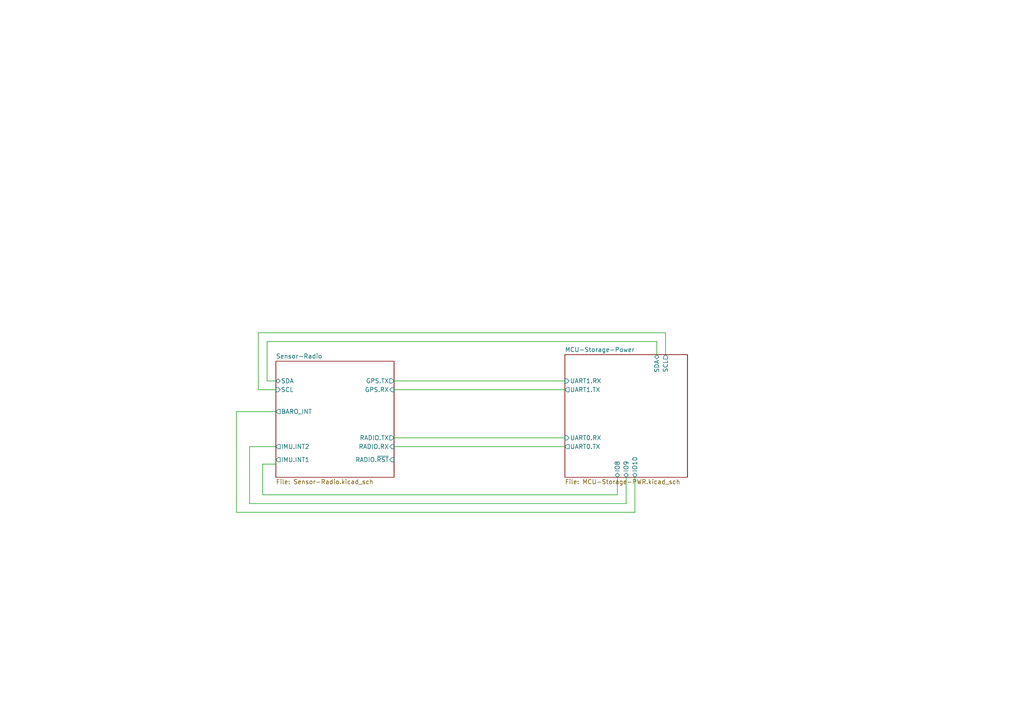
<source format=kicad_sch>
(kicad_sch
	(version 20250114)
	(generator "eeschema")
	(generator_version "9.0")
	(uuid "7d841c81-35ff-4506-8d57-6463a48da284")
	(paper "A4")
	(lib_symbols)
	(wire
		(pts
			(xy 77.47 99.06) (xy 190.5 99.06)
		)
		(stroke
			(width 0)
			(type default)
		)
		(uuid "062cd464-9cb5-4b67-983f-a969374d38d3")
	)
	(wire
		(pts
			(xy 74.93 96.52) (xy 74.93 113.03)
		)
		(stroke
			(width 0)
			(type default)
		)
		(uuid "0d01c035-6818-49f3-ae65-2dbad32bc7cc")
	)
	(wire
		(pts
			(xy 114.3 127) (xy 163.83 127)
		)
		(stroke
			(width 0)
			(type default)
		)
		(uuid "1636c24a-2f66-451a-b1dc-7eeb0a12015a")
	)
	(wire
		(pts
			(xy 76.2 134.62) (xy 80.01 134.62)
		)
		(stroke
			(width 0)
			(type default)
		)
		(uuid "206eab8e-5bb5-4aca-af1f-03514eb250d7")
	)
	(wire
		(pts
			(xy 80.01 129.54) (xy 72.39 129.54)
		)
		(stroke
			(width 0)
			(type default)
		)
		(uuid "240ce749-4092-4724-94be-5723156389c4")
	)
	(wire
		(pts
			(xy 77.47 110.49) (xy 77.47 99.06)
		)
		(stroke
			(width 0)
			(type default)
		)
		(uuid "2a9531b4-40ce-46ca-ad26-7518e2e20ce7")
	)
	(wire
		(pts
			(xy 190.5 99.06) (xy 190.5 102.87)
		)
		(stroke
			(width 0)
			(type default)
		)
		(uuid "3010c541-b6e0-4ffe-b2d9-99260eb21cd6")
	)
	(wire
		(pts
			(xy 179.07 138.43) (xy 179.07 143.51)
		)
		(stroke
			(width 0)
			(type default)
		)
		(uuid "34031773-622a-4aa9-b350-bf9e66fa6fd5")
	)
	(wire
		(pts
			(xy 114.3 129.54) (xy 163.83 129.54)
		)
		(stroke
			(width 0)
			(type default)
		)
		(uuid "3e014529-c1e2-405a-8104-28c993af56cc")
	)
	(wire
		(pts
			(xy 80.01 134.62) (xy 80.01 133.35)
		)
		(stroke
			(width 0)
			(type default)
		)
		(uuid "51544811-a477-4af2-9640-66bf0b954e10")
	)
	(wire
		(pts
			(xy 184.15 148.59) (xy 184.15 138.43)
		)
		(stroke
			(width 0)
			(type default)
		)
		(uuid "5d4ccf2d-2567-4572-b931-35e69e434d2d")
	)
	(wire
		(pts
			(xy 80.01 110.49) (xy 77.47 110.49)
		)
		(stroke
			(width 0)
			(type default)
		)
		(uuid "7570a260-40c9-4b37-8333-6cdc63988968")
	)
	(wire
		(pts
			(xy 80.01 119.38) (xy 68.58 119.38)
		)
		(stroke
			(width 0)
			(type default)
		)
		(uuid "76a946b9-5ec8-4389-b4b2-339fae8fa653")
	)
	(wire
		(pts
			(xy 193.04 96.52) (xy 74.93 96.52)
		)
		(stroke
			(width 0)
			(type default)
		)
		(uuid "8beb18b3-f6ab-4d0e-be9a-419aef282fab")
	)
	(wire
		(pts
			(xy 193.04 102.87) (xy 193.04 96.52)
		)
		(stroke
			(width 0)
			(type default)
		)
		(uuid "a6d3b35a-8308-4d6d-9d2f-6cbbc96b05e6")
	)
	(wire
		(pts
			(xy 179.07 143.51) (xy 76.2 143.51)
		)
		(stroke
			(width 0)
			(type default)
		)
		(uuid "aeb67f75-7e8b-4af9-b5fa-351b314edad2")
	)
	(wire
		(pts
			(xy 68.58 119.38) (xy 68.58 148.59)
		)
		(stroke
			(width 0)
			(type default)
		)
		(uuid "aff9568b-057e-4412-86fc-5912fce243a4")
	)
	(wire
		(pts
			(xy 72.39 146.05) (xy 181.61 146.05)
		)
		(stroke
			(width 0)
			(type default)
		)
		(uuid "b0dab3aa-ce8b-49eb-be1b-9bd2496572a2")
	)
	(wire
		(pts
			(xy 74.93 113.03) (xy 80.01 113.03)
		)
		(stroke
			(width 0)
			(type default)
		)
		(uuid "b2b6ca65-d939-4a19-b4f7-bd168b968dbf")
	)
	(wire
		(pts
			(xy 68.58 148.59) (xy 184.15 148.59)
		)
		(stroke
			(width 0)
			(type default)
		)
		(uuid "b79004bb-d3b8-41d2-b9be-a636f841dcb0")
	)
	(wire
		(pts
			(xy 181.61 146.05) (xy 181.61 138.43)
		)
		(stroke
			(width 0)
			(type default)
		)
		(uuid "bb27c298-6e61-4ccc-8f6d-b5dcb2f75f4c")
	)
	(wire
		(pts
			(xy 76.2 143.51) (xy 76.2 134.62)
		)
		(stroke
			(width 0)
			(type default)
		)
		(uuid "bc14a542-0f3f-4c99-b496-d4977abc7935")
	)
	(wire
		(pts
			(xy 72.39 129.54) (xy 72.39 146.05)
		)
		(stroke
			(width 0)
			(type default)
		)
		(uuid "df759f7b-914f-4e38-b757-f91863241f79")
	)
	(wire
		(pts
			(xy 114.3 113.03) (xy 163.83 113.03)
		)
		(stroke
			(width 0)
			(type default)
		)
		(uuid "e8287da2-feda-4be6-9370-ea68445c0cb3")
	)
	(wire
		(pts
			(xy 114.3 110.49) (xy 163.83 110.49)
		)
		(stroke
			(width 0)
			(type default)
		)
		(uuid "f2c0eb3d-56f4-4485-9277-29b418e541de")
	)
	(sheet
		(at 80.01 104.775)
		(size 34.29 33.655)
		(exclude_from_sim no)
		(in_bom yes)
		(on_board yes)
		(dnp no)
		(fields_autoplaced yes)
		(stroke
			(width 0.1524)
			(type solid)
		)
		(fill
			(color 0 0 0 0.0000)
		)
		(uuid "2c61695e-454c-4bea-9a50-c1b712663104")
		(property "Sheetname" "Sensor-Radio"
			(at 80.01 104.0634 0)
			(effects
				(font
					(size 1.27 1.27)
				)
				(justify left bottom)
			)
		)
		(property "Sheetfile" "Sensor-Radio.kicad_sch"
			(at 80.01 139.0146 0)
			(effects
				(font
					(size 1.27 1.27)
				)
				(justify left top)
			)
		)
		(pin "GPS.RX" input
			(at 114.3 113.03 0)
			(uuid "e148df70-ce5e-4a38-9040-77d332eb6b56")
			(effects
				(font
					(size 1.27 1.27)
				)
				(justify right)
			)
		)
		(pin "IMU.INT2" output
			(at 80.01 129.54 180)
			(uuid "03206464-0e86-4ad3-8964-3da5f180c455")
			(effects
				(font
					(size 1.27 1.27)
				)
				(justify left)
			)
		)
		(pin "SDA" bidirectional
			(at 80.01 110.49 180)
			(uuid "59ab1d6b-6a0a-4479-9f70-d2932cc698dd")
			(effects
				(font
					(size 1.27 1.27)
				)
				(justify left)
			)
		)
		(pin "IMU.INT1" output
			(at 80.01 133.35 180)
			(uuid "8a460fea-2881-4c96-ad6d-fab5ffbc95c9")
			(effects
				(font
					(size 1.27 1.27)
				)
				(justify left)
			)
		)
		(pin "SCL" input
			(at 80.01 113.03 180)
			(uuid "d002f2f7-c820-4eac-8d37-28b8b8db94ea")
			(effects
				(font
					(size 1.27 1.27)
				)
				(justify left)
			)
		)
		(pin "GPS.TX" output
			(at 114.3 110.49 0)
			(uuid "a50c3af3-3988-4dcd-8c3a-d08c3489299b")
			(effects
				(font
					(size 1.27 1.27)
				)
				(justify right)
			)
		)
		(pin "BARO_INT" output
			(at 80.01 119.38 180)
			(uuid "b05a9f22-dca9-4966-a1c8-e5b2d6ba00e6")
			(effects
				(font
					(size 1.27 1.27)
				)
				(justify left)
			)
		)
		(pin "RADIO.TX" output
			(at 114.3 127 0)
			(uuid "457a1666-f1ce-4bc9-a3b5-2df15cc3a14d")
			(effects
				(font
					(size 1.27 1.27)
				)
				(justify right)
			)
		)
		(pin "RADIO.~{RST}" input
			(at 114.3 133.35 0)
			(uuid "bd316acc-2159-423e-a698-3e2fb8eb137b")
			(effects
				(font
					(size 1.27 1.27)
				)
				(justify right)
			)
		)
		(pin "RADIO.RX" input
			(at 114.3 129.54 0)
			(uuid "e21079a1-2d98-44a3-b8a7-2659fac87506")
			(effects
				(font
					(size 1.27 1.27)
				)
				(justify right)
			)
		)
		(instances
			(project "ardentis"
				(path "/7d841c81-35ff-4506-8d57-6463a48da284"
					(page "3")
				)
			)
		)
	)
	(sheet
		(at 163.83 102.87)
		(size 35.56 35.56)
		(exclude_from_sim no)
		(in_bom yes)
		(on_board yes)
		(dnp no)
		(fields_autoplaced yes)
		(stroke
			(width 0.1524)
			(type solid)
		)
		(fill
			(color 0 0 0 0.0000)
		)
		(uuid "74696f9f-f447-49e5-8670-7956974a5cbd")
		(property "Sheetname" "MCU-Storage-Power"
			(at 163.83 102.1584 0)
			(effects
				(font
					(size 1.27 1.27)
				)
				(justify left bottom)
			)
		)
		(property "Sheetfile" "MCU-Storage-PWR.kicad_sch"
			(at 163.83 139.0146 0)
			(effects
				(font
					(size 1.27 1.27)
				)
				(justify left top)
			)
		)
		(pin "UART1.TX" output
			(at 163.83 113.03 180)
			(uuid "d44c4fb3-f233-4b99-bb82-893e284731b6")
			(effects
				(font
					(size 1.27 1.27)
				)
				(justify left)
			)
		)
		(pin "UART1.RX" input
			(at 163.83 110.49 180)
			(uuid "0b84b812-c27e-4eb9-93e3-d549b0c35e08")
			(effects
				(font
					(size 1.27 1.27)
				)
				(justify left)
			)
		)
		(pin "UART0.RX" input
			(at 163.83 127 180)
			(uuid "665c381e-ce96-49c8-ac4f-a4b58e50279f")
			(effects
				(font
					(size 1.27 1.27)
				)
				(justify left)
			)
		)
		(pin "UART0.TX" output
			(at 163.83 129.54 180)
			(uuid "a43d9d24-1b23-4850-a21a-a11b5cb44e7b")
			(effects
				(font
					(size 1.27 1.27)
				)
				(justify left)
			)
		)
		(pin "SCL" output
			(at 193.04 102.87 90)
			(uuid "87144144-e00b-43d7-970f-4feaae102908")
			(effects
				(font
					(size 1.27 1.27)
				)
				(justify right)
			)
		)
		(pin "SDA" bidirectional
			(at 190.5 102.87 90)
			(uuid "e660c114-4989-487b-bd96-70a942a58b4d")
			(effects
				(font
					(size 1.27 1.27)
				)
				(justify right)
			)
		)
		(pin "IO8" bidirectional
			(at 179.07 138.43 270)
			(uuid "b039a4ab-c4e4-4323-8f11-db34d6927e4c")
			(effects
				(font
					(size 1.27 1.27)
				)
				(justify left)
			)
		)
		(pin "IO10" bidirectional
			(at 184.15 138.43 270)
			(uuid "47923947-9159-4b4b-a63c-dc3e3633175b")
			(effects
				(font
					(size 1.27 1.27)
				)
				(justify left)
			)
		)
		(pin "IO9" bidirectional
			(at 181.61 138.43 270)
			(uuid "67ffb465-db9a-48af-b604-7682fb091fa1")
			(effects
				(font
					(size 1.27 1.27)
				)
				(justify left)
			)
		)
		(instances
			(project "ardentis"
				(path "/7d841c81-35ff-4506-8d57-6463a48da284"
					(page "2")
				)
			)
		)
	)
	(sheet_instances
		(path "/"
			(page "1")
		)
	)
	(embedded_fonts no)
)

</source>
